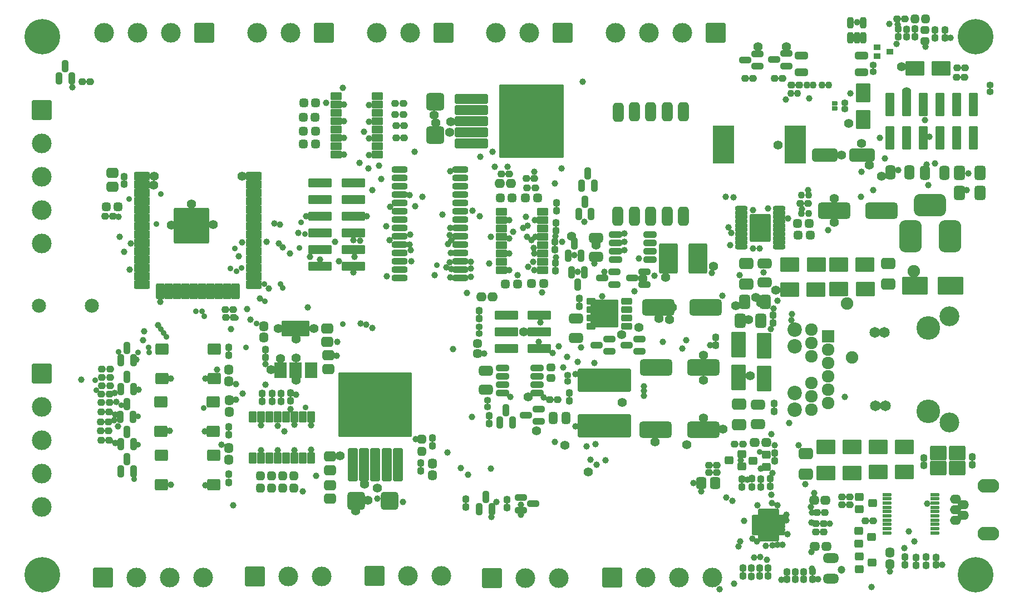
<source format=gbr>
G04 #@! TF.GenerationSoftware,KiCad,Pcbnew,6.0.7+dfsg-1build1*
G04 #@! TF.CreationDate,2023-02-19T10:12:49-06:00*
G04 #@! TF.ProjectId,access-controller,61636365-7373-42d6-936f-6e74726f6c6c,rev?*
G04 #@! TF.SameCoordinates,Original*
G04 #@! TF.FileFunction,Soldermask,Top*
G04 #@! TF.FilePolarity,Negative*
%FSLAX46Y46*%
G04 Gerber Fmt 4.6, Leading zero omitted, Abs format (unit mm)*
G04 Created by KiCad (PCBNEW 6.0.7+dfsg-1build1) date 2023-02-19 10:12:49*
%MOMM*%
%LPD*%
G01*
G04 APERTURE LIST*
G04 Aperture macros list*
%AMRoundRect*
0 Rectangle with rounded corners*
0 $1 Rounding radius*
0 $2 $3 $4 $5 $6 $7 $8 $9 X,Y pos of 4 corners*
0 Add a 4 corners polygon primitive as box body*
4,1,4,$2,$3,$4,$5,$6,$7,$8,$9,$2,$3,0*
0 Add four circle primitives for the rounded corners*
1,1,$1+$1,$2,$3*
1,1,$1+$1,$4,$5*
1,1,$1+$1,$6,$7*
1,1,$1+$1,$8,$9*
0 Add four rect primitives between the rounded corners*
20,1,$1+$1,$2,$3,$4,$5,0*
20,1,$1+$1,$4,$5,$6,$7,0*
20,1,$1+$1,$6,$7,$8,$9,0*
20,1,$1+$1,$8,$9,$2,$3,0*%
G04 Aperture macros list end*
%ADD10RoundRect,0.400000X0.275000X-0.200000X0.275000X0.200000X-0.275000X0.200000X-0.275000X-0.200000X0*%
%ADD11RoundRect,0.350000X-0.675000X-0.150000X0.675000X-0.150000X0.675000X0.150000X-0.675000X0.150000X0*%
%ADD12RoundRect,0.450000X0.475000X-0.337500X0.475000X0.337500X-0.475000X0.337500X-0.475000X-0.337500X0*%
%ADD13RoundRect,0.449999X0.875001X0.925001X-0.875001X0.925001X-0.875001X-0.925001X0.875001X-0.925001X0*%
%ADD14RoundRect,0.450000X-0.475000X0.337500X-0.475000X-0.337500X0.475000X-0.337500X0.475000X0.337500X0*%
%ADD15RoundRect,0.449999X0.925001X-0.875001X0.925001X0.875001X-0.925001X0.875001X-0.925001X-0.875001X0*%
%ADD16RoundRect,0.355000X0.155000X-0.212500X0.155000X0.212500X-0.155000X0.212500X-0.155000X-0.212500X0*%
%ADD17RoundRect,0.355000X-0.155000X0.212500X-0.155000X-0.212500X0.155000X-0.212500X0.155000X0.212500X0*%
%ADD18RoundRect,0.437500X-0.237500X0.300000X-0.237500X-0.300000X0.237500X-0.300000X0.237500X0.300000X0*%
%ADD19RoundRect,0.200000X1.750000X1.150000X-1.750000X1.150000X-1.750000X-1.150000X1.750000X-1.150000X0*%
%ADD20RoundRect,0.437500X-0.237500X0.287500X-0.237500X-0.287500X0.237500X-0.287500X0.237500X0.287500X0*%
%ADD21RoundRect,0.437500X0.237500X-0.287500X0.237500X0.287500X-0.237500X0.287500X-0.237500X-0.287500X0*%
%ADD22RoundRect,0.437500X0.287500X0.237500X-0.287500X0.237500X-0.287500X-0.237500X0.287500X-0.237500X0*%
%ADD23RoundRect,0.200000X-0.450000X-0.400000X0.450000X-0.400000X0.450000X0.400000X-0.450000X0.400000X0*%
%ADD24RoundRect,0.200000X-0.775000X-0.650000X0.775000X-0.650000X0.775000X0.650000X-0.775000X0.650000X0*%
%ADD25RoundRect,0.950000X0.750000X1.500000X-0.750000X1.500000X-0.750000X-1.500000X0.750000X-1.500000X0*%
%ADD26RoundRect,0.950000X1.500000X0.750000X-1.500000X0.750000X-1.500000X-0.750000X1.500000X-0.750000X0*%
%ADD27RoundRect,0.200000X1.300000X1.300000X-1.300000X1.300000X-1.300000X-1.300000X1.300000X-1.300000X0*%
%ADD28C,3.000000*%
%ADD29O,1.700000X1.400000*%
%ADD30O,3.300000X2.100000*%
%ADD31RoundRect,0.360000X-0.197500X-0.160000X0.197500X-0.160000X0.197500X0.160000X-0.197500X0.160000X0*%
%ADD32RoundRect,0.360000X-0.160000X0.197500X-0.160000X-0.197500X0.160000X-0.197500X0.160000X0.197500X0*%
%ADD33RoundRect,0.360000X0.197500X0.160000X-0.197500X0.160000X-0.197500X-0.160000X0.197500X-0.160000X0*%
%ADD34RoundRect,0.437500X-0.237500X0.250000X-0.237500X-0.250000X0.237500X-0.250000X0.237500X0.250000X0*%
%ADD35RoundRect,0.437500X0.250000X0.237500X-0.250000X0.237500X-0.250000X-0.237500X0.250000X-0.237500X0*%
%ADD36RoundRect,0.437500X0.237500X-0.250000X0.237500X0.250000X-0.237500X0.250000X-0.237500X-0.250000X0*%
%ADD37RoundRect,0.437500X-0.250000X-0.237500X0.250000X-0.237500X0.250000X0.237500X-0.250000X0.237500X0*%
%ADD38RoundRect,0.360000X0.160000X-0.197500X0.160000X0.197500X-0.160000X0.197500X-0.160000X-0.197500X0*%
%ADD39RoundRect,0.350000X-0.875000X-0.150000X0.875000X-0.150000X0.875000X0.150000X-0.875000X0.150000X0*%
%ADD40RoundRect,0.200000X0.400000X-0.650000X0.400000X0.650000X-0.400000X0.650000X-0.400000X-0.650000X0*%
%ADD41RoundRect,0.200000X-0.650000X-0.400000X0.650000X-0.400000X0.650000X0.400000X-0.650000X0.400000X0*%
%ADD42RoundRect,0.200000X0.550000X-2.300000X0.550000X2.300000X-0.550000X2.300000X-0.550000X-2.300000X0*%
%ADD43RoundRect,0.200000X5.400000X-4.700000X5.400000X4.700000X-5.400000X4.700000X-5.400000X-4.700000X0*%
%ADD44RoundRect,0.200000X0.750000X-1.000000X0.750000X1.000000X-0.750000X1.000000X-0.750000X-1.000000X0*%
%ADD45RoundRect,0.200000X1.900000X-1.000000X1.900000X1.000000X-1.900000X1.000000X-1.900000X-1.000000X0*%
%ADD46RoundRect,0.200000X-2.300000X-0.550000X2.300000X-0.550000X2.300000X0.550000X-2.300000X0.550000X0*%
%ADD47RoundRect,0.200000X-4.700000X-5.400000X4.700000X-5.400000X4.700000X5.400000X-4.700000X5.400000X0*%
%ADD48RoundRect,0.050800X0.635000X-0.162500X0.635000X0.162500X-0.635000X0.162500X-0.635000X-0.162500X0*%
%ADD49RoundRect,0.200000X-1.000000X-0.450000X1.000000X-0.450000X1.000000X0.450000X-1.000000X0.450000X0*%
%ADD50RoundRect,0.200000X0.450000X-1.000000X0.450000X1.000000X-0.450000X1.000000X-0.450000X-1.000000X0*%
%ADD51RoundRect,0.200000X-2.500000X-2.500000X2.500000X-2.500000X2.500000X2.500000X-2.500000X2.500000X0*%
%ADD52RoundRect,0.200000X-1.300000X-1.300000X1.300000X-1.300000X1.300000X1.300000X-1.300000X1.300000X0*%
%ADD53RoundRect,0.200000X-1.575000X-0.500000X1.575000X-0.500000X1.575000X0.500000X-1.575000X0.500000X0*%
%ADD54RoundRect,0.200000X-1.050000X-0.900000X1.050000X-0.900000X1.050000X0.900000X-1.050000X0.900000X0*%
%ADD55C,3.600000*%
%ADD56RoundRect,0.200000X0.762000X0.762000X-0.762000X0.762000X-0.762000X-0.762000X0.762000X-0.762000X0*%
%ADD57C,1.924000*%
%ADD58C,2.200000*%
%ADD59C,1.650000*%
%ADD60C,3.030000*%
%ADD61C,3.010000*%
%ADD62RoundRect,0.450000X-0.337500X-0.475000X0.337500X-0.475000X0.337500X0.475000X-0.337500X0.475000X0*%
%ADD63RoundRect,0.355000X-0.212500X-0.155000X0.212500X-0.155000X0.212500X0.155000X-0.212500X0.155000X0*%
%ADD64RoundRect,0.200000X0.450000X0.400000X-0.450000X0.400000X-0.450000X-0.400000X0.450000X-0.400000X0*%
%ADD65RoundRect,0.437500X0.300000X0.237500X-0.300000X0.237500X-0.300000X-0.237500X0.300000X-0.237500X0*%
%ADD66RoundRect,0.437500X-0.300000X-0.237500X0.300000X-0.237500X0.300000X0.237500X-0.300000X0.237500X0*%
%ADD67RoundRect,0.355000X0.212500X0.155000X-0.212500X0.155000X-0.212500X-0.155000X0.212500X-0.155000X0*%
%ADD68RoundRect,0.449999X-0.700001X0.275001X-0.700001X-0.275001X0.700001X-0.275001X0.700001X0.275001X0*%
%ADD69RoundRect,0.262500X0.350000X0.062500X-0.350000X0.062500X-0.350000X-0.062500X0.350000X-0.062500X0*%
%ADD70RoundRect,0.262500X0.062500X0.350000X-0.062500X0.350000X-0.062500X-0.350000X0.062500X-0.350000X0*%
%ADD71C,5.400000*%
%ADD72RoundRect,0.450000X0.412500X0.650000X-0.412500X0.650000X-0.412500X-0.650000X0.412500X-0.650000X0*%
%ADD73RoundRect,0.200000X-1.250000X-0.900000X1.250000X-0.900000X1.250000X0.900000X-1.250000X0.900000X0*%
%ADD74RoundRect,0.335000X0.135000X0.185000X-0.135000X0.185000X-0.135000X-0.185000X0.135000X-0.185000X0*%
%ADD75RoundRect,0.350000X0.150000X-0.512500X0.150000X0.512500X-0.150000X0.512500X-0.150000X-0.512500X0*%
%ADD76RoundRect,0.200000X3.850000X-1.550000X3.850000X1.550000X-3.850000X1.550000X-3.850000X-1.550000X0*%
%ADD77RoundRect,0.450000X-0.250000X-0.475000X0.250000X-0.475000X0.250000X0.475000X-0.250000X0.475000X0*%
%ADD78RoundRect,0.505000X-0.305000X0.965000X-0.305000X-0.965000X0.305000X-0.965000X0.305000X0.965000X0*%
%ADD79RoundRect,0.450000X-0.312500X-0.625000X0.312500X-0.625000X0.312500X0.625000X-0.312500X0.625000X0*%
%ADD80RoundRect,0.350000X0.150000X-0.587500X0.150000X0.587500X-0.150000X0.587500X-0.150000X-0.587500X0*%
%ADD81RoundRect,0.335000X-0.135000X-0.185000X0.135000X-0.185000X0.135000X0.185000X-0.135000X0.185000X0*%
%ADD82RoundRect,0.450000X-0.625000X0.312500X-0.625000X-0.312500X0.625000X-0.312500X0.625000X0.312500X0*%
%ADD83RoundRect,0.200000X0.900000X-1.250000X0.900000X1.250000X-0.900000X1.250000X-0.900000X-1.250000X0*%
%ADD84RoundRect,0.397500X-0.632500X0.197500X-0.632500X-0.197500X0.632500X-0.197500X0.632500X0.197500X0*%
%ADD85RoundRect,0.450000X1.500000X0.550000X-1.500000X0.550000X-1.500000X-0.550000X1.500000X-0.550000X0*%
%ADD86RoundRect,0.200000X-0.500000X1.575000X-0.500000X-1.575000X0.500000X-1.575000X0.500000X1.575000X0*%
%ADD87RoundRect,0.200000X-1.300000X1.300000X-1.300000X-1.300000X1.300000X-1.300000X1.300000X1.300000X0*%
%ADD88RoundRect,0.300000X-0.637500X-0.100000X0.637500X-0.100000X0.637500X0.100000X-0.637500X0.100000X0*%
%ADD89RoundRect,0.200000X-1.370000X-1.930000X1.370000X-1.930000X1.370000X1.930000X-1.370000X1.930000X0*%
%ADD90RoundRect,0.200000X-0.350000X0.225000X-0.350000X-0.225000X0.350000X-0.225000X0.350000X0.225000X0*%
%ADD91RoundRect,0.450001X-1.999999X-0.799999X1.999999X-0.799999X1.999999X0.799999X-1.999999X0.799999X0*%
%ADD92RoundRect,0.450001X1.999999X0.799999X-1.999999X0.799999X-1.999999X-0.799999X1.999999X-0.799999X0*%
%ADD93RoundRect,0.350000X0.587500X0.150000X-0.587500X0.150000X-0.587500X-0.150000X0.587500X-0.150000X0*%
%ADD94RoundRect,0.450000X0.625000X-0.312500X0.625000X0.312500X-0.625000X0.312500X-0.625000X-0.312500X0*%
%ADD95RoundRect,0.335000X-0.185000X0.135000X-0.185000X-0.135000X0.185000X-0.135000X0.185000X0.135000X0*%
%ADD96RoundRect,0.450000X0.650000X-0.412500X0.650000X0.412500X-0.650000X0.412500X-0.650000X-0.412500X0*%
%ADD97RoundRect,0.400000X-0.275000X0.200000X-0.275000X-0.200000X0.275000X-0.200000X0.275000X0.200000X0*%
%ADD98RoundRect,0.450000X-0.412500X-0.650000X0.412500X-0.650000X0.412500X0.650000X-0.412500X0.650000X0*%
%ADD99RoundRect,0.350000X-0.587500X-0.150000X0.587500X-0.150000X0.587500X0.150000X-0.587500X0.150000X0*%
%ADD100RoundRect,0.200000X-1.200000X-2.100000X1.200000X-2.100000X1.200000X2.100000X-1.200000X2.100000X0*%
%ADD101RoundRect,0.200000X-1.450000X-2.700000X1.450000X-2.700000X1.450000X2.700000X-1.450000X2.700000X0*%
%ADD102RoundRect,0.340000X0.140000X0.170000X-0.140000X0.170000X-0.140000X-0.170000X0.140000X-0.170000X0*%
%ADD103RoundRect,0.200000X0.635000X0.305000X-0.635000X0.305000X-0.635000X-0.305000X0.635000X-0.305000X0*%
%ADD104RoundRect,0.200000X0.510000X0.305000X-0.510000X0.305000X-0.510000X-0.305000X0.510000X-0.305000X0*%
%ADD105RoundRect,0.200000X1.905000X1.955000X-1.905000X1.955000X-1.905000X-1.955000X1.905000X-1.955000X0*%
%ADD106RoundRect,0.335000X0.185000X-0.135000X0.185000X0.135000X-0.185000X0.135000X-0.185000X-0.135000X0*%
%ADD107RoundRect,0.350000X-0.150000X0.587500X-0.150000X-0.587500X0.150000X-0.587500X0.150000X0.587500X0*%
%ADD108RoundRect,0.200000X1.250000X0.900000X-1.250000X0.900000X-1.250000X-0.900000X1.250000X-0.900000X0*%
%ADD109C,2.150000*%
%ADD110RoundRect,0.450000X-0.650000X0.412500X-0.650000X-0.412500X0.650000X-0.412500X0.650000X0.412500X0*%
%ADD111RoundRect,0.340000X0.170000X-0.140000X0.170000X0.140000X-0.170000X0.140000X-0.170000X-0.140000X0*%
%ADD112RoundRect,0.050800X-0.381000X0.254000X-0.381000X-0.254000X0.381000X-0.254000X0.381000X0.254000X0*%
%ADD113RoundRect,0.200000X0.900000X-1.750000X0.900000X1.750000X-0.900000X1.750000X-0.900000X-1.750000X0*%
%ADD114RoundRect,0.425000X0.225000X0.250000X-0.225000X0.250000X-0.225000X-0.250000X0.225000X-0.250000X0*%
%ADD115RoundRect,0.418750X0.256250X-0.218750X0.256250X0.218750X-0.256250X0.218750X-0.256250X-0.218750X0*%
%ADD116C,1.000000*%
%ADD117C,1.400000*%
%ADD118C,2.400000*%
%ADD119C,1.900000*%
%ADD120C,0.900000*%
%ADD121C,1.200000*%
G04 APERTURE END LIST*
D10*
X200110000Y-86555000D03*
X200110000Y-84905000D03*
D11*
X197955000Y-85015000D03*
X197955000Y-86285000D03*
X197955000Y-87555000D03*
X197955000Y-88825000D03*
X192705000Y-88825000D03*
X192705000Y-87555000D03*
X192705000Y-86285000D03*
X192705000Y-85015000D03*
D12*
X166498000Y-100554500D03*
X166498000Y-98479500D03*
D13*
X175548000Y-105229500D03*
X170448000Y-105229500D03*
D14*
X166498000Y-102827000D03*
X166498000Y-104902000D03*
D12*
X166220000Y-85133000D03*
X166220000Y-83058000D03*
D14*
X166116000Y-78972500D03*
X166116000Y-81047500D03*
D15*
X182500000Y-49550000D03*
X182500000Y-44450000D03*
D16*
X256850000Y-99825000D03*
X256850000Y-98690000D03*
D17*
X264200000Y-98555000D03*
X264200000Y-99690000D03*
D18*
X251690000Y-113140000D03*
X251690000Y-114865000D03*
D17*
X258690000Y-113852500D03*
X258690000Y-114987500D03*
D12*
X133400000Y-57375000D03*
X133400000Y-55300000D03*
D16*
X135200000Y-56967500D03*
X135200000Y-55832500D03*
D19*
X260920000Y-72450000D03*
X255520000Y-72450000D03*
D20*
X182118000Y-99568000D03*
X182118000Y-101318000D03*
D21*
X156464000Y-80377000D03*
X156464000Y-78627000D03*
D22*
X194056000Y-56896000D03*
X192306000Y-56896000D03*
D23*
X246980000Y-113720000D03*
X246980000Y-115620000D03*
X248980000Y-114670000D03*
D21*
X151164000Y-91673000D03*
X151164000Y-89923000D03*
X151114000Y-98948000D03*
X151114000Y-97198000D03*
D20*
X151114000Y-85273000D03*
X151114000Y-87023000D03*
D24*
X140784000Y-90148000D03*
X148744000Y-90148000D03*
X140784000Y-94648000D03*
X148744000Y-94648000D03*
D25*
X254780000Y-64920000D03*
X260780000Y-64920000D03*
D26*
X257780000Y-60220000D03*
D27*
X183750000Y-33940000D03*
D28*
X178670000Y-33940000D03*
X173590000Y-33940000D03*
D27*
X201930000Y-33940000D03*
D28*
X196850000Y-33940000D03*
X191770000Y-33940000D03*
D29*
X261645400Y-108207800D03*
X262839200Y-107420400D03*
X261645400Y-106607600D03*
X262864600Y-105794800D03*
D30*
X266700000Y-110239800D03*
D29*
X261645400Y-105007400D03*
D30*
X266700000Y-102950000D03*
D24*
X140884000Y-98298000D03*
X148844000Y-98298000D03*
X148844000Y-102798000D03*
X140884000Y-102798000D03*
X148894000Y-82098000D03*
X140934000Y-82098000D03*
X140934000Y-86598000D03*
X148894000Y-86598000D03*
D23*
X246900000Y-109810000D03*
X246900000Y-111710000D03*
X248900000Y-110760000D03*
X247050000Y-104630000D03*
X247050000Y-106530000D03*
X249050000Y-105580000D03*
D31*
X150632500Y-77290000D03*
X151827500Y-77290000D03*
X150602500Y-76100000D03*
X151797500Y-76100000D03*
D32*
X187130000Y-104965000D03*
X187130000Y-106160000D03*
D31*
X234130000Y-40894000D03*
X235325000Y-40894000D03*
D33*
X230825000Y-40894000D03*
X229630000Y-40894000D03*
D32*
X193390000Y-105092500D03*
X193390000Y-106287500D03*
D34*
X155936000Y-101449500D03*
X155936000Y-103274500D03*
X157636000Y-101462000D03*
X157636000Y-103287000D03*
X159336000Y-101449500D03*
X159336000Y-103274500D03*
X161036000Y-101449500D03*
X161036000Y-103274500D03*
D35*
X164312500Y-44650000D03*
X162487500Y-44650000D03*
X164250000Y-46800000D03*
X162425000Y-46800000D03*
X164262500Y-48900000D03*
X162437500Y-48900000D03*
X164275000Y-50900000D03*
X162450000Y-50900000D03*
D36*
X180498000Y-97692000D03*
X180498000Y-95867000D03*
D37*
X132437500Y-60452000D03*
X134262500Y-60452000D03*
D32*
X253980000Y-113812500D03*
X253980000Y-115007500D03*
D31*
X247932500Y-108260000D03*
X249127500Y-108260000D03*
D33*
X245587500Y-104630000D03*
X244392500Y-104630000D03*
D31*
X244405000Y-105840000D03*
X245600000Y-105840000D03*
D38*
X255660000Y-115035000D03*
X255660000Y-113840000D03*
X151064000Y-95195500D03*
X151064000Y-94000500D03*
X151114000Y-102395500D03*
X151114000Y-101200500D03*
D32*
X151114000Y-81850500D03*
X151114000Y-83045500D03*
D39*
X177050000Y-54745000D03*
X177050000Y-56015000D03*
X177050000Y-57285000D03*
X177050000Y-58555000D03*
X177050000Y-59825000D03*
X177050000Y-61095000D03*
X177050000Y-62365000D03*
X177050000Y-63635000D03*
X177050000Y-64905000D03*
X177050000Y-66175000D03*
X177050000Y-67445000D03*
X177050000Y-68715000D03*
X177050000Y-69985000D03*
X177050000Y-71255000D03*
X186350000Y-71255000D03*
X186350000Y-69985000D03*
X186350000Y-68715000D03*
X186350000Y-67445000D03*
X186350000Y-66175000D03*
X186350000Y-64905000D03*
X186350000Y-63635000D03*
X186350000Y-62365000D03*
X186350000Y-61095000D03*
X186350000Y-59825000D03*
X186350000Y-58555000D03*
X186350000Y-57285000D03*
X186350000Y-56015000D03*
X186350000Y-54745000D03*
D40*
X154736000Y-98712000D03*
X156016000Y-98712000D03*
X157276000Y-98712000D03*
X158546000Y-98712000D03*
X159826000Y-98712000D03*
X161096000Y-98712000D03*
X162356000Y-98712000D03*
X163636000Y-98712000D03*
X163636000Y-92412000D03*
X162356000Y-92412000D03*
X161096000Y-92412000D03*
X159826000Y-92412000D03*
X158546000Y-92412000D03*
X157276000Y-92412000D03*
X156016000Y-92412000D03*
X154736000Y-92412000D03*
D41*
X167400000Y-43600000D03*
X167400000Y-44880000D03*
X167400000Y-46140000D03*
X167400000Y-47410000D03*
X167400000Y-48690000D03*
X167400000Y-49960000D03*
X167400000Y-51220000D03*
X167400000Y-52500000D03*
X173700000Y-52500000D03*
X173700000Y-51220000D03*
X173700000Y-49960000D03*
X173700000Y-48690000D03*
X173700000Y-47410000D03*
X173700000Y-46140000D03*
X173700000Y-44880000D03*
X173700000Y-43600000D03*
D42*
X169998000Y-99704500D03*
X171698000Y-99704500D03*
D43*
X173398000Y-90554500D03*
D42*
X173398000Y-99704500D03*
X175098000Y-99704500D03*
X176798000Y-99704500D03*
D44*
X158990000Y-85294000D03*
D45*
X161290000Y-78994000D03*
D44*
X161290000Y-85294000D03*
X163590000Y-85294000D03*
D46*
X188000000Y-44000000D03*
X188000000Y-45700000D03*
D47*
X197150000Y-47400000D03*
D46*
X188000000Y-47400000D03*
X188000000Y-49100000D03*
X188000000Y-50800000D03*
D48*
X258519500Y-110125000D03*
X258519500Y-109475000D03*
X258519500Y-108825000D03*
X258519500Y-108175000D03*
X258519500Y-107525000D03*
X258519500Y-106875000D03*
X258519500Y-106225000D03*
X258519500Y-105575000D03*
X258519500Y-104925000D03*
X258519500Y-104275000D03*
X251280500Y-104275000D03*
X251280500Y-104925000D03*
X251280500Y-105575000D03*
X251280500Y-106225000D03*
X251280500Y-106875000D03*
X251280500Y-107525000D03*
X251280500Y-108175000D03*
X251280500Y-108825000D03*
X251280500Y-109475000D03*
X251280500Y-110125000D03*
D49*
X137900000Y-55800000D03*
X137900000Y-57070000D03*
X137900000Y-58340000D03*
X137900000Y-59610000D03*
X137900000Y-60880000D03*
X137900000Y-62150000D03*
X137900000Y-63420000D03*
X137900000Y-64690000D03*
X137900000Y-65960000D03*
X137900000Y-67230000D03*
X137900000Y-68500000D03*
X137900000Y-69770000D03*
X137900000Y-71040000D03*
X137900000Y-72310000D03*
D50*
X140685000Y-73310000D03*
X141955000Y-73310000D03*
X143225000Y-73310000D03*
X144495000Y-73310000D03*
X145765000Y-73310000D03*
X147035000Y-73310000D03*
X148305000Y-73310000D03*
X149575000Y-73310000D03*
X150845000Y-73310000D03*
X152115000Y-73310000D03*
D49*
X154900000Y-72310000D03*
X154900000Y-71040000D03*
X154900000Y-69770000D03*
X154900000Y-68500000D03*
X154900000Y-67230000D03*
X154900000Y-65960000D03*
X154900000Y-64690000D03*
X154900000Y-63420000D03*
X154900000Y-62150000D03*
X154900000Y-60880000D03*
X154900000Y-59610000D03*
X154900000Y-58340000D03*
X154900000Y-57070000D03*
X154900000Y-55800000D03*
D51*
X145400000Y-63300000D03*
D52*
X173265000Y-116650000D03*
D28*
X178345000Y-116650000D03*
X183425000Y-116650000D03*
D27*
X165530000Y-33940000D03*
D28*
X160450000Y-33940000D03*
X155370000Y-33940000D03*
D52*
X155075000Y-116780000D03*
D28*
X160155000Y-116780000D03*
X165235000Y-116780000D03*
D52*
X191170000Y-116960000D03*
D28*
X196250000Y-116960000D03*
X201330000Y-116960000D03*
D53*
X164965000Y-56780000D03*
X170015000Y-56780000D03*
X164965000Y-59320000D03*
X170015000Y-59320000D03*
X164965000Y-61860000D03*
X170015000Y-61860000D03*
X164965000Y-64400000D03*
X170015000Y-64400000D03*
X164965000Y-66940000D03*
X170015000Y-66940000D03*
X164965000Y-69480000D03*
X170015000Y-69480000D03*
D38*
X257160000Y-115017500D03*
X257160000Y-113822500D03*
D54*
X259050000Y-100240000D03*
X261950000Y-100240000D03*
X261950000Y-97940000D03*
X259050000Y-97940000D03*
D33*
X177750000Y-48120000D03*
X176555000Y-48120000D03*
D37*
X193175000Y-72200000D03*
X195000000Y-72200000D03*
D41*
X192540000Y-61200000D03*
X192540000Y-62480000D03*
X192540000Y-63740000D03*
X192540000Y-65010000D03*
X192540000Y-66290000D03*
X192540000Y-67560000D03*
X192540000Y-68820000D03*
X192540000Y-70100000D03*
X198840000Y-70100000D03*
X198840000Y-68820000D03*
X198840000Y-67560000D03*
X198840000Y-66290000D03*
X198840000Y-65010000D03*
X198840000Y-63740000D03*
X198840000Y-62480000D03*
X198840000Y-61200000D03*
D37*
X196225000Y-59050000D03*
X198050000Y-59050000D03*
X192375000Y-59050000D03*
X194200000Y-59050000D03*
X197187500Y-72100000D03*
X199012500Y-72100000D03*
D55*
X257540000Y-91560000D03*
X257540000Y-78860000D03*
D56*
X242300000Y-80130000D03*
D57*
X242300000Y-82162000D03*
X242300000Y-84194000D03*
X242300000Y-86226000D03*
X242300000Y-88258000D03*
X242300000Y-90290000D03*
X239760000Y-79114000D03*
X239760000Y-81146000D03*
X239760000Y-83178000D03*
X239760000Y-87242000D03*
X239760000Y-89274000D03*
X239760000Y-91306000D03*
D58*
X237220000Y-79114000D03*
X237220000Y-81654000D03*
X237220000Y-88766000D03*
X237220000Y-91306000D03*
D59*
X249400000Y-79610000D03*
X249510000Y-90780000D03*
X250860000Y-79600000D03*
X250970000Y-90770000D03*
D60*
X260715000Y-77145500D03*
D61*
X260715000Y-93274500D03*
D62*
X222970000Y-102530000D03*
X225045000Y-102530000D03*
D38*
X233157500Y-116657500D03*
X233157500Y-115462500D03*
D32*
X233870000Y-76942500D03*
X233870000Y-78137500D03*
D63*
X240605000Y-107020000D03*
X241740000Y-107020000D03*
D32*
X234188000Y-97954500D03*
X234188000Y-99149500D03*
D64*
X229172000Y-100017500D03*
X229172000Y-98117500D03*
X227172000Y-99067500D03*
D65*
X242002500Y-112150000D03*
X240277500Y-112150000D03*
D32*
X239862500Y-116015000D03*
X239862500Y-117210000D03*
D66*
X231140000Y-96355500D03*
X232865000Y-96355500D03*
D63*
X240452500Y-109940000D03*
X241587500Y-109940000D03*
D67*
X241568000Y-108715500D03*
X240433000Y-108715500D03*
D31*
X228092000Y-96609500D03*
X229287000Y-96609500D03*
D65*
X241872500Y-105110000D03*
X240147500Y-105110000D03*
D16*
X236022500Y-117192500D03*
X236022500Y-116057500D03*
D68*
X242720000Y-113945000D03*
X242720000Y-117095000D03*
D64*
X232886000Y-100099500D03*
X232886000Y-98199500D03*
X230886000Y-99149500D03*
D38*
X229347500Y-116657500D03*
X229347500Y-115462500D03*
D16*
X237272500Y-117192500D03*
X237272500Y-116057500D03*
D38*
X231887500Y-116657500D03*
X231887500Y-115462500D03*
D16*
X238572500Y-117182500D03*
X238572500Y-116047500D03*
D32*
X234100000Y-90442500D03*
X234100000Y-91637500D03*
D69*
X235147500Y-110160000D03*
X235147500Y-109660000D03*
X235147500Y-109160000D03*
X235147500Y-108660000D03*
X235147500Y-108160000D03*
X235147500Y-107660000D03*
D70*
X234460000Y-106972500D03*
X233960000Y-106972500D03*
X233460000Y-106972500D03*
X232960000Y-106972500D03*
X232460000Y-106972500D03*
X231960000Y-106972500D03*
D69*
X231272500Y-107660000D03*
X231272500Y-108160000D03*
X231272500Y-108660000D03*
X231272500Y-109160000D03*
X231272500Y-109660000D03*
X231272500Y-110160000D03*
D70*
X231960000Y-110847500D03*
X232460000Y-110847500D03*
X232960000Y-110847500D03*
X233460000Y-110847500D03*
X233960000Y-110847500D03*
X234460000Y-110847500D03*
D27*
X233210000Y-108910000D03*
D31*
X224172500Y-100920000D03*
X225367500Y-100920000D03*
D38*
X230617500Y-116707500D03*
X230617500Y-115512500D03*
D71*
X264700000Y-116500000D03*
X122700000Y-116500000D03*
X264700000Y-34500000D03*
X122700000Y-34500000D03*
D38*
X180340000Y-100673500D03*
X180340000Y-99478500D03*
D33*
X133490000Y-61912000D03*
X132295000Y-61912000D03*
D31*
X192607000Y-55442000D03*
X193802000Y-55442000D03*
X196417000Y-56134000D03*
X197612000Y-56134000D03*
D38*
X189230000Y-77470000D03*
X189230000Y-76275000D03*
D52*
X131940000Y-116930000D03*
D28*
X137020000Y-116930000D03*
X142100000Y-116930000D03*
X147180000Y-116930000D03*
D72*
X265399000Y-55286000D03*
X262274000Y-55286000D03*
D33*
X133021000Y-87708500D03*
X131826000Y-87708500D03*
D73*
X241920000Y-97020000D03*
X245920000Y-97020000D03*
D74*
X242330000Y-41890000D03*
X241310000Y-41890000D03*
D75*
X245701250Y-34685000D03*
X246651250Y-34685000D03*
X247601250Y-34685000D03*
X247601250Y-32410000D03*
X245701250Y-32410000D03*
D33*
X177637500Y-44690000D03*
X176442500Y-44690000D03*
D76*
X208280000Y-93768000D03*
X208280000Y-86868000D03*
D77*
X200472000Y-92592000D03*
X202372000Y-92592000D03*
D32*
X202946000Y-88769000D03*
X202946000Y-89964000D03*
D78*
X220300000Y-61880000D03*
X217800000Y-61880000D03*
X215300000Y-61880000D03*
X212800000Y-61880000D03*
X210300000Y-61880000D03*
X210320000Y-46010000D03*
X212800000Y-46000000D03*
X215300000Y-46000000D03*
X217800000Y-46000000D03*
X220300000Y-46000000D03*
D79*
X257011500Y-55246000D03*
X259936500Y-55246000D03*
D33*
X197701500Y-57542000D03*
X196506500Y-57542000D03*
D80*
X204320000Y-61515000D03*
X206220000Y-61515000D03*
X205270000Y-59640000D03*
D81*
X236580000Y-43170000D03*
X237600000Y-43170000D03*
D82*
X231600000Y-90580000D03*
X231600000Y-93505000D03*
D83*
X247624000Y-47126000D03*
X247624000Y-43126000D03*
D82*
X190180000Y-88335000D03*
X190180000Y-85410000D03*
D32*
X229160000Y-101902500D03*
X229160000Y-103097500D03*
D84*
X247330000Y-39960000D03*
X247330000Y-37430000D03*
X238170000Y-37430000D03*
X238170000Y-39970000D03*
D85*
X247402000Y-52578000D03*
X241802000Y-52578000D03*
D33*
X132931500Y-90248500D03*
X131736500Y-90248500D03*
D80*
X125288000Y-40894000D03*
X127188000Y-40894000D03*
X126238000Y-39019000D03*
D32*
X200930000Y-59825000D03*
X200930000Y-61020000D03*
D86*
X264374000Y-44861000D03*
X264374000Y-49911000D03*
X261834000Y-44861000D03*
X261834000Y-49911000D03*
X259294000Y-44861000D03*
X259294000Y-49911000D03*
X256754000Y-44861000D03*
X256754000Y-49911000D03*
X254214000Y-44861000D03*
X254214000Y-49911000D03*
X251674000Y-44861000D03*
X251674000Y-49911000D03*
D87*
X122636000Y-85852000D03*
D28*
X122636000Y-90932000D03*
X122636000Y-96012000D03*
X122636000Y-101092000D03*
X122636000Y-106172000D03*
D88*
X229070000Y-60700000D03*
X229070000Y-61350000D03*
X229070000Y-62000000D03*
X229070000Y-62650000D03*
X229070000Y-63300000D03*
X229070000Y-63950000D03*
X229070000Y-64600000D03*
X229070000Y-65250000D03*
X229070000Y-65900000D03*
X229070000Y-66550000D03*
X234795000Y-66550000D03*
X234795000Y-65900000D03*
X234795000Y-65250000D03*
X234795000Y-64600000D03*
X234795000Y-63950000D03*
X234795000Y-63300000D03*
X234795000Y-62650000D03*
X234795000Y-62000000D03*
X234795000Y-61350000D03*
X234795000Y-60700000D03*
D89*
X231932500Y-63625000D03*
D80*
X134686000Y-88235000D03*
X136586000Y-88235000D03*
X135636000Y-86360000D03*
D32*
X260096000Y-33528000D03*
X260096000Y-34723000D03*
D16*
X204470000Y-75557000D03*
X204470000Y-74422000D03*
D90*
X249698000Y-36180000D03*
X249698000Y-37480000D03*
X251698000Y-36830000D03*
D33*
X263072000Y-39284000D03*
X261877000Y-39284000D03*
X133021000Y-85168500D03*
X131826000Y-85168500D03*
D91*
X216068000Y-94400000D03*
X223268000Y-94400000D03*
D92*
X250410000Y-61010000D03*
X243210000Y-61010000D03*
D87*
X122682000Y-45720000D03*
D28*
X122682000Y-50800000D03*
X122682000Y-55880000D03*
X122682000Y-60960000D03*
X122682000Y-66040000D03*
D63*
X236720000Y-41910000D03*
X237855000Y-41910000D03*
D73*
X249900000Y-100790000D03*
X253900000Y-100790000D03*
D33*
X132906500Y-95961500D03*
X131711500Y-95961500D03*
D32*
X230660000Y-101882500D03*
X230660000Y-103077500D03*
D93*
X208963500Y-82484000D03*
X208963500Y-80584000D03*
X207088500Y-81534000D03*
D73*
X241930000Y-100980000D03*
X245930000Y-100980000D03*
D93*
X213535500Y-82484000D03*
X213535500Y-80584000D03*
X211660500Y-81534000D03*
D11*
X209973000Y-64643000D03*
X209973000Y-65913000D03*
X209973000Y-67183000D03*
X209973000Y-68453000D03*
X215223000Y-68453000D03*
X215223000Y-67183000D03*
X215223000Y-65913000D03*
X215223000Y-64643000D03*
D27*
X225180000Y-33960000D03*
D28*
X220100000Y-33960000D03*
X215020000Y-33960000D03*
X209940000Y-33960000D03*
D80*
X134686000Y-100759500D03*
X136586000Y-100759500D03*
X135636000Y-98884500D03*
X134606000Y-92405500D03*
X136506000Y-92405500D03*
X135556000Y-90530500D03*
D17*
X225190000Y-80362500D03*
X225190000Y-81497500D03*
D94*
X203962000Y-80395000D03*
X203962000Y-77470000D03*
D95*
X249174000Y-38858000D03*
X249174000Y-39878000D03*
D79*
X251719000Y-55226000D03*
X254644000Y-55226000D03*
D96*
X228756000Y-93590500D03*
X228756000Y-90465500D03*
D16*
X190754000Y-93453000D03*
X190754000Y-92318000D03*
D31*
X224130000Y-99780000D03*
X225325000Y-99780000D03*
D97*
X257048000Y-33554500D03*
X257048000Y-35204500D03*
D33*
X130048000Y-41402000D03*
X128853000Y-41402000D03*
D32*
X200820000Y-68962500D03*
X200820000Y-70157500D03*
D80*
X204790000Y-57257500D03*
X206690000Y-57257500D03*
X205740000Y-55382500D03*
X134686000Y-83820000D03*
X136586000Y-83820000D03*
X135636000Y-81945000D03*
D38*
X258572000Y-34723000D03*
X258572000Y-33528000D03*
D73*
X243910000Y-72990000D03*
X247910000Y-72990000D03*
D53*
X193309000Y-76962000D03*
X198359000Y-76962000D03*
X193309000Y-79502000D03*
X198359000Y-79502000D03*
X193309000Y-82042000D03*
X198359000Y-82042000D03*
D32*
X156130000Y-88882500D03*
X156130000Y-90077500D03*
D80*
X192344000Y-93315000D03*
X194244000Y-93315000D03*
X193294000Y-91440000D03*
D93*
X209804000Y-72258000D03*
X209804000Y-70358000D03*
X207929000Y-71308000D03*
D94*
X232640000Y-71987000D03*
X232640000Y-69062000D03*
D98*
X228897500Y-77780000D03*
X232022500Y-77780000D03*
D99*
X195500500Y-104740000D03*
X195500500Y-106640000D03*
X197375500Y-105690000D03*
D73*
X249910000Y-97000000D03*
X253910000Y-97000000D03*
D100*
X218004000Y-68326000D03*
X222504000Y-68326000D03*
D101*
X226360000Y-50990000D03*
X237260000Y-50990000D03*
D80*
X134686000Y-96617000D03*
X136586000Y-96617000D03*
X135636000Y-94742000D03*
D102*
X240030000Y-41910000D03*
X239070000Y-41910000D03*
D74*
X239270000Y-61468000D03*
X238250000Y-61468000D03*
D93*
X231522500Y-39050000D03*
X231522500Y-37150000D03*
X229647500Y-38100000D03*
D103*
X211640000Y-78613000D03*
X211640000Y-77343000D03*
X211640000Y-76073000D03*
X211640000Y-74803000D03*
D104*
X206175000Y-77343000D03*
X206175000Y-74803000D03*
X206175000Y-78613000D03*
X206175000Y-76073000D03*
D105*
X208280000Y-76708000D03*
D106*
X266954000Y-42926000D03*
X266954000Y-41906000D03*
D91*
X216108000Y-84900000D03*
X223308000Y-84900000D03*
D31*
X261864500Y-40684000D03*
X263059500Y-40684000D03*
D52*
X209460000Y-116930000D03*
D28*
X214540000Y-116930000D03*
X219620000Y-116930000D03*
X224700000Y-116930000D03*
D32*
X159050000Y-88872500D03*
X159050000Y-90067500D03*
D16*
X252984000Y-34498500D03*
X252984000Y-33363500D03*
D107*
X205166000Y-70436500D03*
X203266000Y-70436500D03*
X204216000Y-72311500D03*
D80*
X202758000Y-67915000D03*
X204658000Y-67915000D03*
X203708000Y-66040000D03*
D35*
X239418500Y-62992000D03*
X237593500Y-62992000D03*
D33*
X201168000Y-89785000D03*
X199973000Y-89785000D03*
X132931500Y-88978500D03*
X131736500Y-88978500D03*
D38*
X200860000Y-64085000D03*
X200860000Y-62890000D03*
D27*
X147390000Y-33930000D03*
D28*
X142310000Y-33930000D03*
X137230000Y-33930000D03*
X132150000Y-33930000D03*
D92*
X223648000Y-75750000D03*
X216448000Y-75750000D03*
D108*
X247900000Y-69260000D03*
X243900000Y-69260000D03*
D109*
X130230000Y-75500000D03*
X122230000Y-75500000D03*
D81*
X238250000Y-58674000D03*
X239270000Y-58674000D03*
D35*
X239569000Y-64770000D03*
X237744000Y-64770000D03*
D32*
X200730000Y-65760000D03*
X200730000Y-66955000D03*
D93*
X198217000Y-93152000D03*
X198217000Y-91252000D03*
X196342000Y-92202000D03*
D108*
X240450000Y-73090000D03*
X236450000Y-73090000D03*
D33*
X132816500Y-94561500D03*
X131621500Y-94561500D03*
D32*
X232040000Y-101892500D03*
X232040000Y-103087500D03*
D73*
X255447000Y-39354000D03*
X259447000Y-39354000D03*
D33*
X133021000Y-86438500D03*
X131826000Y-86438500D03*
D38*
X156718000Y-83401500D03*
X156718000Y-82206500D03*
D106*
X190500000Y-90936000D03*
X190500000Y-89916000D03*
D32*
X157670000Y-88892500D03*
X157670000Y-90087500D03*
D110*
X251460000Y-69049500D03*
X251460000Y-72174500D03*
D72*
X265374000Y-58346000D03*
X262249000Y-58346000D03*
D111*
X244856000Y-45565000D03*
X244856000Y-44605000D03*
D33*
X132860000Y-91670000D03*
X131665000Y-91670000D03*
X177735000Y-49970000D03*
X176540000Y-49970000D03*
D38*
X233496570Y-103043398D03*
X233496570Y-101848398D03*
D110*
X238920000Y-98017500D03*
X238920000Y-101142500D03*
D112*
X243332000Y-44704000D03*
X243332000Y-45466000D03*
D113*
X232546000Y-86598000D03*
X232546000Y-81598000D03*
D22*
X191262000Y-74168000D03*
X189512000Y-74168000D03*
D96*
X229870000Y-72174500D03*
X229870000Y-69049500D03*
D114*
X257074000Y-31839500D03*
X255524000Y-31839500D03*
D93*
X235919000Y-38984000D03*
X235919000Y-37084000D03*
X234044000Y-38034000D03*
D33*
X253945000Y-31820000D03*
X252750000Y-31820000D03*
D32*
X182118000Y-95668500D03*
X182118000Y-96863500D03*
D73*
X236470000Y-69280000D03*
X240470000Y-69280000D03*
D113*
X228606000Y-86438000D03*
X228606000Y-81438000D03*
D32*
X160520000Y-88825000D03*
X160520000Y-90020000D03*
X255524000Y-33363500D03*
X255524000Y-34558500D03*
D82*
X207010000Y-65147000D03*
X207010000Y-68072000D03*
D106*
X189230000Y-79756000D03*
X189230000Y-78736000D03*
D72*
X232678500Y-74904000D03*
X229553500Y-74904000D03*
D16*
X254254000Y-34528500D03*
X254254000Y-33393500D03*
D33*
X177640000Y-46390000D03*
X176445000Y-46390000D03*
D111*
X202680000Y-87060000D03*
X202680000Y-86100000D03*
D115*
X188976000Y-82829500D03*
X188976000Y-81254500D03*
D33*
X239268000Y-59944000D03*
X238073000Y-59944000D03*
X132786500Y-93191500D03*
X131591500Y-93191500D03*
D80*
X189228000Y-106500000D03*
X191128000Y-106500000D03*
X190178000Y-104625000D03*
D93*
X214376000Y-72258000D03*
X214376000Y-70358000D03*
X212501000Y-71308000D03*
D116*
X198986530Y-89517897D03*
X193950000Y-89430000D03*
D117*
X196670000Y-89420000D03*
X197930000Y-94600000D03*
D116*
X235122500Y-117252500D03*
X142310000Y-86570000D03*
X233890000Y-108860000D03*
X187960000Y-69850000D03*
X197649298Y-62456121D03*
X184976298Y-69926787D03*
X193802000Y-67564000D03*
X239268000Y-57912000D03*
X211328000Y-65786000D03*
X191820000Y-105420000D03*
D117*
X243180000Y-59210000D03*
D116*
X136995500Y-83704721D03*
X189960000Y-82790000D03*
X193802000Y-62484000D03*
X170030000Y-70400000D03*
X195510000Y-107370000D03*
X193788983Y-65298082D03*
X261950000Y-100240000D03*
X197612000Y-55118000D03*
X184732279Y-68868022D03*
X234180000Y-96740000D03*
X222940000Y-103800000D03*
D117*
X243220000Y-62830000D03*
D118*
X170840000Y-92200000D03*
D117*
X167980000Y-98410000D03*
X170396954Y-106735500D03*
D116*
X137400000Y-88320000D03*
X252710000Y-35600000D03*
X259630000Y-114990000D03*
X259050000Y-97940000D03*
X198225989Y-80992148D03*
X221820000Y-102540000D03*
D117*
X244300000Y-52580000D03*
D119*
X255350000Y-70290000D03*
D118*
X199480000Y-45730000D03*
D116*
X233190000Y-109280000D03*
D117*
X145410000Y-60030000D03*
D116*
X163640000Y-93700000D03*
X197777647Y-65014321D03*
X187960000Y-71120000D03*
X203708000Y-67818000D03*
X191050000Y-107690000D03*
D117*
X235966000Y-36068000D03*
D116*
X168590000Y-44880000D03*
D120*
X231902000Y-97790000D03*
D116*
X251690000Y-115980000D03*
X167610000Y-81024010D03*
X233200000Y-108520000D03*
X257360000Y-105630000D03*
X127270000Y-42210000D03*
D120*
X137330000Y-96640000D03*
D116*
X161080000Y-97530000D03*
X158540000Y-93760000D03*
X156010000Y-97490000D03*
D117*
X210825500Y-79880877D03*
D116*
X240782500Y-117202500D03*
X178632681Y-66204372D03*
X230030000Y-102020000D03*
D117*
X231648000Y-36068000D03*
D116*
X240130000Y-104060000D03*
D117*
X184912000Y-47498000D03*
D116*
X172466000Y-52578000D03*
X168620000Y-52500000D03*
X164960000Y-68500000D03*
X257080000Y-36070000D03*
X200337015Y-82700192D03*
D117*
X139780000Y-55770000D03*
D116*
X161040791Y-93616032D03*
X172466000Y-50038000D03*
X239740000Y-112990000D03*
X197612000Y-67564000D03*
D118*
X197270000Y-49170000D03*
D116*
X195500000Y-105830000D03*
D120*
X136660000Y-101970000D03*
D117*
X173735921Y-103289500D03*
X142390721Y-63221144D03*
D116*
X140680000Y-74910000D03*
D118*
X195040000Y-49050000D03*
D116*
X239830000Y-107030000D03*
D118*
X199430000Y-49110000D03*
D117*
X148680000Y-63130000D03*
D116*
X242570000Y-108710000D03*
X179570000Y-95790000D03*
D118*
X197160000Y-45630000D03*
D116*
X197610303Y-70085500D03*
X238269990Y-60763500D03*
X246641250Y-32367500D03*
X163650000Y-97460000D03*
X211328000Y-67056000D03*
D117*
X157490000Y-85230000D03*
D116*
X168640000Y-49930000D03*
X134366000Y-61976000D03*
D118*
X194830000Y-45490000D03*
D120*
X137270000Y-92400000D03*
D117*
X153080000Y-55820000D03*
D116*
X168630000Y-47410000D03*
X158540000Y-97550000D03*
X172466000Y-47498000D03*
D118*
X173550000Y-88610000D03*
X170745019Y-88898107D03*
D116*
X156030000Y-93710000D03*
D117*
X182369477Y-46464159D03*
X158960000Y-83540000D03*
D116*
X187960000Y-68834000D03*
X142150000Y-94570000D03*
D118*
X176050000Y-92220000D03*
D116*
X172466000Y-44958000D03*
D118*
X173500000Y-92140000D03*
X176180000Y-88650000D03*
D116*
X184780000Y-71190000D03*
X147550000Y-102850000D03*
X167520000Y-83130000D03*
X193802000Y-70104000D03*
X147440000Y-94680000D03*
X211328000Y-64516000D03*
X142290000Y-102800000D03*
X156710000Y-84370000D03*
X204216000Y-70358000D03*
X147550000Y-86590000D03*
D117*
X172241990Y-105161990D03*
D116*
X248860000Y-118330000D03*
X253910000Y-112460000D03*
D120*
X162070000Y-62850000D03*
X168430000Y-78270000D03*
D116*
X177560000Y-105440000D03*
X172900000Y-78906822D03*
D120*
X147290000Y-91100000D03*
X156524501Y-72195499D03*
D116*
X163092934Y-75736572D03*
D120*
X161865460Y-66686369D03*
X158954501Y-72195499D03*
D116*
X170050000Y-65500000D03*
X167300000Y-65810000D03*
X171194545Y-78207494D03*
X170244500Y-68050000D03*
X171975560Y-78378428D03*
D120*
X153700000Y-81900000D03*
X156610000Y-74830000D03*
D116*
X227987612Y-117859210D03*
D120*
X162680000Y-64600000D03*
X159318152Y-72793046D03*
D116*
X225770000Y-118685500D03*
D120*
X152040000Y-66770000D03*
D117*
X202220000Y-96770000D03*
X234696000Y-51054000D03*
D120*
X140800000Y-58470000D03*
D117*
X171720000Y-102650000D03*
D116*
X260910000Y-34690000D03*
D120*
X135900000Y-59260000D03*
D117*
X247396000Y-50800000D03*
X195990000Y-79490000D03*
X205790000Y-100860000D03*
D116*
X204978000Y-41402000D03*
X189370000Y-52780000D03*
D117*
X184660000Y-49100000D03*
X182550000Y-47650000D03*
D116*
X191570000Y-54350000D03*
X128670000Y-86760000D03*
X162310000Y-103750000D03*
X151750000Y-105880000D03*
X228854000Y-70866000D03*
X230886000Y-60960000D03*
X230886000Y-66802000D03*
D120*
X141579839Y-80228327D03*
X138949364Y-82595571D03*
X147350000Y-77090000D03*
X153000251Y-69714773D03*
X141219620Y-79628705D03*
X152301749Y-70278251D03*
X138859321Y-81873147D03*
X147040000Y-76320000D03*
D116*
X133760000Y-88780000D03*
X135160000Y-67290000D03*
D120*
X140750000Y-79090000D03*
X137300000Y-82620000D03*
X146100000Y-76320000D03*
X151360000Y-69820000D03*
D116*
X165910000Y-44640000D03*
X168430000Y-42310000D03*
X134487764Y-65013355D03*
X136180000Y-66070000D03*
X178850000Y-68770000D03*
X154405254Y-77588431D03*
X153855890Y-76038186D03*
X175170000Y-71030000D03*
X160429855Y-67529855D03*
X167840000Y-68700000D03*
X184967069Y-65489643D03*
X163430000Y-68070000D03*
X178790000Y-67040000D03*
X152650000Y-67940000D03*
X184710000Y-64730000D03*
X175550000Y-65520000D03*
X171060000Y-65620000D03*
D120*
X140096138Y-63074308D03*
D116*
X231990000Y-100280000D03*
X173720000Y-104850000D03*
X187528430Y-101269948D03*
X190990107Y-100315500D03*
X263652000Y-55372000D03*
X257556000Y-57150000D03*
X233751345Y-105558642D03*
X228933428Y-111443031D03*
X228619533Y-112178336D03*
X234584500Y-105915987D03*
X138180000Y-79430000D03*
X149300000Y-85290000D03*
X231560000Y-105890000D03*
X164410000Y-101400000D03*
X207040000Y-99730000D03*
X153240000Y-88910000D03*
X136030000Y-70020000D03*
X226760000Y-104720000D03*
X235895500Y-108182400D03*
X230798490Y-110990715D03*
X200690000Y-96280000D03*
X153100000Y-65860000D03*
X188114405Y-92475595D03*
X159340000Y-66655500D03*
X156864441Y-65809026D03*
X158065011Y-62946493D03*
X158860000Y-63150000D03*
X158690000Y-66000000D03*
X239610000Y-106200000D03*
X233630000Y-104270000D03*
X239742541Y-108513194D03*
X235895500Y-107382897D03*
X229490000Y-108270000D03*
X227740000Y-105260000D03*
X235358647Y-111906721D03*
X239780000Y-115590000D03*
X226150000Y-73990000D03*
X227570000Y-64380000D03*
X198516286Y-78046892D03*
X206910000Y-96630000D03*
D120*
X155280000Y-78184010D03*
D117*
X161343737Y-86867717D03*
D116*
X172120000Y-61850000D03*
X255400000Y-111390000D03*
X173990000Y-54150000D03*
D120*
X152202613Y-77375079D03*
D116*
X254520000Y-109890000D03*
X200760000Y-64910000D03*
D117*
X139670000Y-57150000D03*
D116*
X134264500Y-93850000D03*
D117*
X164066000Y-78994000D03*
D116*
X200850000Y-68120000D03*
X228950000Y-99010000D03*
X162840000Y-61880000D03*
D120*
X130790000Y-86870000D03*
X130910000Y-88350000D03*
D116*
X161330000Y-89040000D03*
X184830000Y-67490000D03*
X186410000Y-100230000D03*
X149980000Y-96700000D03*
D117*
X161310000Y-80630000D03*
D116*
X152160000Y-89850000D03*
D117*
X161340000Y-83470000D03*
D116*
X233810115Y-101009521D03*
X178684340Y-64645500D03*
X238800000Y-102730000D03*
D117*
X158606000Y-78994000D03*
D116*
X190970000Y-65030000D03*
D120*
X134310000Y-82570000D03*
D116*
X152170000Y-87470000D03*
D120*
X134770000Y-90640000D03*
D116*
X257034510Y-47245500D03*
X257302000Y-53997521D03*
X258572000Y-53848000D03*
X257693500Y-49762023D03*
X252984000Y-54864000D03*
X263398000Y-57912000D03*
D117*
X224804011Y-69496125D03*
X230160000Y-77600000D03*
D116*
X250130000Y-49940000D03*
D117*
X226280000Y-94350000D03*
D116*
X206710977Y-84239023D03*
X245700000Y-43210000D03*
D117*
X216500000Y-77500000D03*
X223300000Y-86830000D03*
X223320000Y-83040000D03*
D116*
X214290000Y-88470000D03*
X214280000Y-87760000D03*
X214260000Y-89190000D03*
X215840000Y-70930000D03*
D117*
X218531479Y-75783619D03*
D116*
X224330000Y-81500000D03*
X204200000Y-84040000D03*
D117*
X223270000Y-92590000D03*
X231230000Y-74200000D03*
X228239500Y-75551782D03*
D116*
X236061784Y-110284500D03*
X231465027Y-111432228D03*
X244820000Y-89410000D03*
X233960000Y-75910000D03*
D121*
X244270000Y-115690000D03*
D116*
X236780000Y-76790000D03*
D119*
X245950000Y-83350000D03*
D116*
X237820000Y-96780000D03*
D119*
X245130000Y-75200000D03*
D116*
X233655500Y-95054718D03*
X236720000Y-77740000D03*
X233530000Y-79030000D03*
X236380000Y-93370000D03*
X232830000Y-112120000D03*
X231030000Y-113890000D03*
X235880000Y-44090000D03*
X239400000Y-43940000D03*
X232490000Y-70430000D03*
D117*
X250438191Y-55755088D03*
D116*
X234560000Y-74750000D03*
D117*
X248524177Y-54093803D03*
D116*
X233771293Y-112031885D03*
X231986589Y-113816589D03*
X234559213Y-111896288D03*
X233000000Y-114244500D03*
D117*
X213530000Y-78820000D03*
X210970000Y-90240000D03*
D116*
X203860000Y-85940000D03*
X220060000Y-82010000D03*
X191262000Y-52070000D03*
X193548000Y-54356000D03*
X212850000Y-73350000D03*
X231820000Y-66790000D03*
X213460000Y-68330000D03*
X226710000Y-58920000D03*
X251560000Y-32590000D03*
X252830000Y-32639500D03*
X217170000Y-81026000D03*
X233172000Y-60706000D03*
X204689411Y-81822589D03*
X227913411Y-59003411D03*
X220726000Y-80772000D03*
X201257715Y-81694961D03*
D117*
X253492000Y-39116000D03*
X254254000Y-42926000D03*
D116*
X201792500Y-65814241D03*
X205232000Y-62738000D03*
X206756000Y-69088000D03*
X207900000Y-74060000D03*
X208280000Y-70358000D03*
X249174000Y-57912000D03*
X247258500Y-58928000D03*
X242316000Y-64008000D03*
X247396000Y-55118000D03*
X236220000Y-62230000D03*
X250952000Y-53086000D03*
X133640000Y-92940000D03*
X133830000Y-96460000D03*
X133961913Y-90133494D03*
X133830000Y-92120000D03*
X174310000Y-56190000D03*
X172358094Y-54560000D03*
X224610000Y-70495625D03*
X227383514Y-66267583D03*
X227150000Y-63560000D03*
X202580000Y-83330000D03*
X140340591Y-78462196D03*
X161640000Y-64443178D03*
X155800000Y-74370000D03*
X175060000Y-63380000D03*
X183595999Y-61650000D03*
X151450000Y-79040000D03*
X138034062Y-80756864D03*
X157220000Y-72860000D03*
D117*
X203267635Y-64957500D03*
X214122000Y-71374000D03*
X207010000Y-66294000D03*
D116*
X205540000Y-96950000D03*
X208440000Y-99070000D03*
X196478979Y-65033062D03*
X202009622Y-84889622D03*
X195861267Y-63625500D03*
X195010000Y-70820000D03*
X200740000Y-56900000D03*
X196650000Y-69570000D03*
X196340000Y-61940000D03*
X197135042Y-65489993D03*
X188150000Y-61050000D03*
X194330000Y-64270000D03*
X197491060Y-66680126D03*
X179430000Y-60330000D03*
D117*
X232062989Y-75063097D03*
X234286726Y-73133930D03*
X217550000Y-71210000D03*
X220750000Y-96700000D03*
X245370000Y-47710000D03*
X230450000Y-86200000D03*
X215967518Y-96265500D03*
X218150000Y-77630000D03*
D116*
X206126753Y-98957542D03*
X203821001Y-93918008D03*
X198795500Y-73480000D03*
X201714500Y-54613995D03*
X184750000Y-63620000D03*
X187300000Y-73530000D03*
X184370000Y-97870000D03*
X185240000Y-82140000D03*
X156670000Y-87500000D03*
X184437425Y-66088543D03*
X184214500Y-69684161D03*
X159530000Y-94650000D03*
X160470000Y-91260000D03*
X180530000Y-58900000D03*
X182440000Y-70850000D03*
X184760000Y-55000000D03*
D120*
X162770000Y-91000000D03*
X182745500Y-69317823D03*
D116*
X179338434Y-52031612D03*
X178645500Y-58677777D03*
X170950000Y-53740000D03*
X175630000Y-60470000D03*
X171640000Y-49020000D03*
X172950000Y-57910000D03*
X196582091Y-63279644D03*
X189241109Y-61904500D03*
X197384500Y-68834000D03*
X190754000Y-69088000D03*
M02*

</source>
